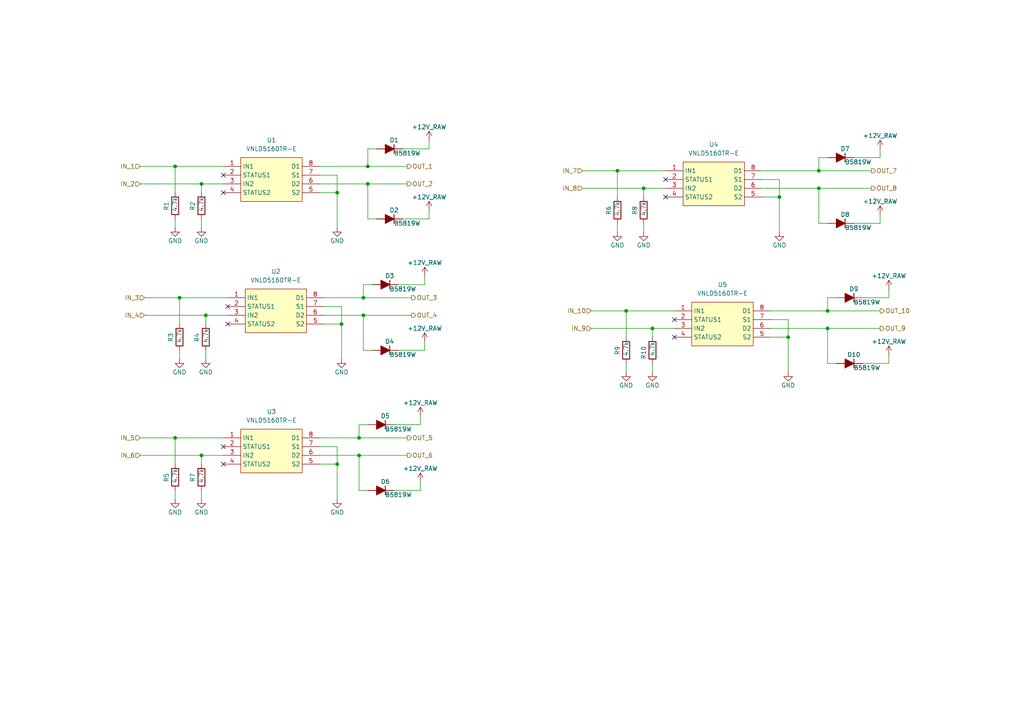
<source format=kicad_sch>
(kicad_sch (version 20230121) (generator eeschema)
  (paper "A4")
  (lib_symbols
    (symbol "Device:D_Filled" (pin_numbers hide) (pin_names (offset 1.016) hide)
      (property "Reference" "D" (at 0 2.54 0))
      (property "Value" "D_Filled" (at 0 -2.54 0))
      (symbol "D_Filled_0_1"
        (polyline (pts (xy -1.27 1.27) (xy -1.27 -1.27)) (stroke (width 0.254)))
        (polyline (pts (xy 1.27 0) (xy -1.27 0)))
        (polyline (pts (xy 1.27 1.27) (xy 1.27 -1.27) (xy -1.27 0) (xy 1.27 1.27)) (stroke (width 0.254)) (fill (type outline)))
      )
      (symbol "D_Filled_1_1"
        (pin passive line (at -3.81 0 0) (length 2.54) (name "K") (number "1"))
        (pin passive line (at 3.81 0 180) (length 2.54) (name "A") (number "2"))
      )
    )
    (symbol "Device:R" (pin_numbers hide) (pin_names (offset 0))
      (property "Reference" "R" (at 2.032 0 90))
      (property "Value" "R" (at 0 0 90))
      (symbol "R_0_1"
        (rectangle (start -1.016 -2.54) (end 1.016 2.54) (stroke (width 0.254)))
      )
      (symbol "R_1_1"
        (pin passive line (at 0 3.81 270) (length 1.27) (name "~") (number "1"))
        (pin passive line (at 0 -3.81 90) (length 1.27) (name "~") (number "2"))
      )
    )
    (symbol "chips:VNLD5160"
      (property "Reference" "U" (at 6.35 3.81 0))
      (property "Value" "VNLD5160TR-E" (at 12.7 -11.43 0))
      (symbol "VNLD5160_1_1"
        (rectangle (start 5.08 2.54) (end 22.86 -10.16) (fill (type background)))
        (pin input line (at 0 0 0) (length 5.08) (name "IN1") (number "1"))
        (pin open_collector line (at 0 -2.54 0) (length 5.08) (name "STATUS1") (number "2"))
        (pin input line (at 0 -5.08 0) (length 5.08) (name "IN2") (number "3"))
        (pin open_collector line (at 0 -7.62 0) (length 5.08) (name "STATUS2") (number "4"))
        (pin power_in line (at 27.94 -7.62 180) (length 5.08) (name "S2") (number "5"))
        (pin power_out line (at 27.94 -5.08 180) (length 5.08) (name "D2") (number "6"))
        (pin power_in line (at 27.94 -2.54 180) (length 5.08) (name "S1") (number "7"))
        (pin power_out line (at 27.94 0 180) (length 5.08) (name "D1") (number "8"))
      )
    )
    (symbol "misc:+12V_RAW" (power) (pin_names (offset 0))
      (property "Value" "+12V_RAW" (at 0 3.556 0))
      (symbol "+12V_RAW_0_1"
        (polyline (pts (xy -0.762 1.27) (xy 0 2.54)))
        (polyline (pts (xy 0 0) (xy 0 2.54)))
        (polyline (pts (xy 0 2.54) (xy 0.762 1.27)))
      )
      (symbol "+12V_RAW_1_1"
        (pin power_in line (at 0 0 90) (length 0) hide (name "+12V_RAW") (number "1"))
      )
    )
    (symbol "power:GND" (power) (pin_names (offset 0))
      (property "Value" "GND" (at 0 -3.81 0))
      (symbol "GND_0_1"
        (polyline (pts (xy 0 0) (xy 0 -1.27) (xy 1.27 -1.27) (xy 0 -2.54) (xy -1.27 -1.27) (xy 0 -1.27)))
      )
      (symbol "GND_1_1"
        (pin power_in line (at 0 0 270) (length 0) hide (name "GND") (number "1"))
      )
    )
  )
  (junction (at 105.41 86.36))
  (junction (at 240.03 95.25))
  (junction (at 52.07 86.36))
  (junction (at 189.23 95.25))
  (junction (at 58.42 53.34))
  (junction (at 99.06 93.98))
  (junction (at 106.68 48.26))
  (junction (at 50.8 127))
  (junction (at 226.06 57.15))
  (junction (at 50.8 48.26))
  (junction (at 104.14 132.08))
  (junction (at 104.14 127))
  (junction (at 186.69 54.61))
  (junction (at 106.68 53.34))
  (junction (at 97.79 55.88))
  (junction (at 97.79 134.62))
  (junction (at 237.49 49.53))
  (junction (at 240.03 90.17))
  (junction (at 237.49 54.61))
  (junction (at 228.6 97.79))
  (junction (at 59.69 91.44))
  (junction (at 181.61 90.17))
  (junction (at 179.07 49.53))
  (junction (at 105.41 91.44))
  (junction (at 58.42 132.08))
  (no_connect (at 64.77 134.62))
  (no_connect (at 193.04 52.07))
  (no_connect (at 66.04 88.9))
  (no_connect (at 64.77 55.88))
  (no_connect (at 193.04 57.15))
  (no_connect (at 64.77 50.8))
  (no_connect (at 64.77 129.54))
  (no_connect (at 195.58 92.71))
  (no_connect (at 66.04 93.98))
  (no_connect (at 195.58 97.79))
  (wire (pts (xy 220.98 49.53) (xy 237.49 49.53)))
  (wire (pts (xy 106.68 123.19) (xy 104.14 123.19)))
  (wire (pts (xy 257.81 86.36) (xy 257.81 83.82)))
  (wire (pts (xy 97.79 129.54) (xy 97.79 134.62)))
  (wire (pts (xy 109.22 63.5) (xy 106.68 63.5)))
  (wire (pts (xy 179.07 49.53) (xy 193.04 49.53)))
  (wire (pts (xy 240.03 86.36) (xy 240.03 90.17)))
  (wire (pts (xy 181.61 105.41) (xy 181.61 107.95)))
  (wire (pts (xy 104.14 132.08) (xy 104.14 142.24)))
  (wire (pts (xy 116.84 43.18) (xy 124.46 43.18)))
  (wire (pts (xy 115.57 82.55) (xy 123.19 82.55)))
  (wire (pts (xy 50.8 127) (xy 50.8 134.62)))
  (wire (pts (xy 114.3 123.19) (xy 121.92 123.19)))
  (wire (pts (xy 92.71 127) (xy 104.14 127)))
  (wire (pts (xy 99.06 93.98) (xy 99.06 104.14)))
  (wire (pts (xy 240.03 95.25) (xy 240.03 105.41)))
  (wire (pts (xy 40.64 127) (xy 50.8 127)))
  (wire (pts (xy 189.23 95.25) (xy 189.23 97.79)))
  (wire (pts (xy 220.98 54.61) (xy 237.49 54.61)))
  (wire (pts (xy 220.98 57.15) (xy 226.06 57.15)))
  (wire (pts (xy 92.71 53.34) (xy 106.68 53.34)))
  (wire (pts (xy 106.68 43.18) (xy 106.68 48.26)))
  (wire (pts (xy 93.98 93.98) (xy 99.06 93.98)))
  (wire (pts (xy 114.3 142.24) (xy 121.92 142.24)))
  (wire (pts (xy 168.91 49.53) (xy 179.07 49.53)))
  (wire (pts (xy 247.65 64.77) (xy 255.27 64.77)))
  (wire (pts (xy 58.42 53.34) (xy 58.42 55.88)))
  (wire (pts (xy 40.64 53.34) (xy 58.42 53.34)))
  (wire (pts (xy 168.91 54.61) (xy 186.69 54.61)))
  (wire (pts (xy 92.71 129.54) (xy 97.79 129.54)))
  (wire (pts (xy 237.49 54.61) (xy 237.49 64.77)))
  (wire (pts (xy 97.79 50.8) (xy 97.79 55.88)))
  (wire (pts (xy 92.71 50.8) (xy 97.79 50.8)))
  (wire (pts (xy 41.91 91.44) (xy 59.69 91.44)))
  (wire (pts (xy 121.92 123.19) (xy 121.92 120.65)))
  (wire (pts (xy 181.61 90.17) (xy 181.61 97.79)))
  (wire (pts (xy 92.71 134.62) (xy 97.79 134.62)))
  (wire (pts (xy 223.52 90.17) (xy 240.03 90.17)))
  (wire (pts (xy 240.03 95.25) (xy 255.27 95.25)))
  (wire (pts (xy 255.27 64.77) (xy 255.27 62.23)))
  (wire (pts (xy 179.07 49.53) (xy 179.07 57.15)))
  (wire (pts (xy 116.84 63.5) (xy 124.46 63.5)))
  (wire (pts (xy 104.14 123.19) (xy 104.14 127)))
  (wire (pts (xy 59.69 91.44) (xy 66.04 91.44)))
  (wire (pts (xy 92.71 132.08) (xy 104.14 132.08)))
  (wire (pts (xy 97.79 55.88) (xy 97.79 66.04)))
  (wire (pts (xy 189.23 95.25) (xy 195.58 95.25)))
  (wire (pts (xy 255.27 45.72) (xy 255.27 43.18)))
  (wire (pts (xy 226.06 57.15) (xy 226.06 67.31)))
  (wire (pts (xy 124.46 63.5) (xy 124.46 60.96)))
  (wire (pts (xy 247.65 45.72) (xy 255.27 45.72)))
  (wire (pts (xy 104.14 127) (xy 118.11 127)))
  (wire (pts (xy 58.42 63.5) (xy 58.42 66.04)))
  (wire (pts (xy 106.68 142.24) (xy 104.14 142.24)))
  (wire (pts (xy 226.06 52.07) (xy 226.06 57.15)))
  (wire (pts (xy 189.23 105.41) (xy 189.23 107.95)))
  (wire (pts (xy 50.8 48.26) (xy 64.77 48.26)))
  (wire (pts (xy 121.92 142.24) (xy 121.92 139.7)))
  (wire (pts (xy 92.71 48.26) (xy 106.68 48.26)))
  (wire (pts (xy 104.14 132.08) (xy 118.11 132.08)))
  (wire (pts (xy 58.42 132.08) (xy 64.77 132.08)))
  (wire (pts (xy 107.95 82.55) (xy 105.41 82.55)))
  (wire (pts (xy 59.69 101.6) (xy 59.69 104.14)))
  (wire (pts (xy 52.07 101.6) (xy 52.07 104.14)))
  (wire (pts (xy 250.19 105.41) (xy 257.81 105.41)))
  (wire (pts (xy 106.68 53.34) (xy 106.68 63.5)))
  (wire (pts (xy 93.98 88.9) (xy 99.06 88.9)))
  (wire (pts (xy 50.8 63.5) (xy 50.8 66.04)))
  (wire (pts (xy 107.95 101.6) (xy 105.41 101.6)))
  (wire (pts (xy 58.42 132.08) (xy 58.42 134.62)))
  (wire (pts (xy 237.49 45.72) (xy 237.49 49.53)))
  (wire (pts (xy 97.79 134.62) (xy 97.79 144.78)))
  (wire (pts (xy 40.64 48.26) (xy 50.8 48.26)))
  (wire (pts (xy 223.52 92.71) (xy 228.6 92.71)))
  (wire (pts (xy 250.19 86.36) (xy 257.81 86.36)))
  (wire (pts (xy 240.03 90.17) (xy 255.27 90.17)))
  (wire (pts (xy 179.07 64.77) (xy 179.07 67.31)))
  (wire (pts (xy 52.07 86.36) (xy 66.04 86.36)))
  (wire (pts (xy 237.49 54.61) (xy 252.73 54.61)))
  (wire (pts (xy 171.45 90.17) (xy 181.61 90.17)))
  (wire (pts (xy 109.22 43.18) (xy 106.68 43.18)))
  (wire (pts (xy 52.07 86.36) (xy 52.07 93.98)))
  (wire (pts (xy 99.06 88.9) (xy 99.06 93.98)))
  (wire (pts (xy 58.42 53.34) (xy 64.77 53.34)))
  (wire (pts (xy 240.03 64.77) (xy 237.49 64.77)))
  (wire (pts (xy 50.8 127) (xy 64.77 127)))
  (wire (pts (xy 171.45 95.25) (xy 189.23 95.25)))
  (wire (pts (xy 41.91 86.36) (xy 52.07 86.36)))
  (wire (pts (xy 123.19 101.6) (xy 123.19 99.06)))
  (wire (pts (xy 50.8 48.26) (xy 50.8 55.88)))
  (wire (pts (xy 58.42 142.24) (xy 58.42 144.78)))
  (wire (pts (xy 93.98 86.36) (xy 105.41 86.36)))
  (wire (pts (xy 257.81 105.41) (xy 257.81 102.87)))
  (wire (pts (xy 92.71 55.88) (xy 97.79 55.88)))
  (wire (pts (xy 242.57 105.41) (xy 240.03 105.41)))
  (wire (pts (xy 237.49 49.53) (xy 252.73 49.53)))
  (wire (pts (xy 124.46 43.18) (xy 124.46 40.64)))
  (wire (pts (xy 242.57 86.36) (xy 240.03 86.36)))
  (wire (pts (xy 105.41 91.44) (xy 119.38 91.44)))
  (wire (pts (xy 123.19 82.55) (xy 123.19 80.01)))
  (wire (pts (xy 115.57 101.6) (xy 123.19 101.6)))
  (wire (pts (xy 105.41 86.36) (xy 119.38 86.36)))
  (wire (pts (xy 220.98 52.07) (xy 226.06 52.07)))
  (wire (pts (xy 106.68 48.26) (xy 118.11 48.26)))
  (wire (pts (xy 50.8 142.24) (xy 50.8 144.78)))
  (wire (pts (xy 186.69 54.61) (xy 193.04 54.61)))
  (wire (pts (xy 40.64 132.08) (xy 58.42 132.08)))
  (wire (pts (xy 59.69 91.44) (xy 59.69 93.98)))
  (wire (pts (xy 223.52 97.79) (xy 228.6 97.79)))
  (wire (pts (xy 228.6 92.71) (xy 228.6 97.79)))
  (wire (pts (xy 228.6 97.79) (xy 228.6 107.95)))
  (wire (pts (xy 105.41 91.44) (xy 105.41 101.6)))
  (wire (pts (xy 223.52 95.25) (xy 240.03 95.25)))
  (wire (pts (xy 186.69 64.77) (xy 186.69 67.31)))
  (wire (pts (xy 106.68 53.34) (xy 118.11 53.34)))
  (wire (pts (xy 181.61 90.17) (xy 195.58 90.17)))
  (wire (pts (xy 93.98 91.44) (xy 105.41 91.44)))
  (wire (pts (xy 240.03 45.72) (xy 237.49 45.72)))
  (wire (pts (xy 186.69 54.61) (xy 186.69 57.15)))
  (wire (pts (xy 105.41 82.55) (xy 105.41 86.36)))
  (hierarchical_label "OUT_5" (shape output) (at 118.11 127 0))
  (hierarchical_label "OUT_2" (shape output) (at 118.11 53.34 0))
  (hierarchical_label "OUT_8" (shape output) (at 252.73 54.61 0))
  (hierarchical_label "OUT_9" (shape output) (at 255.27 95.25 0))
  (hierarchical_label "OUT_1" (shape output) (at 118.11 48.26 0))
  (hierarchical_label "OUT_7" (shape output) (at 252.73 49.53 0))
  (hierarchical_label "IN_3" (shape input) (at 41.91 86.36 180))
  (hierarchical_label "OUT_4" (shape output) (at 119.38 91.44 0))
  (hierarchical_label "IN_2" (shape input) (at 40.64 53.34 180))
  (hierarchical_label "IN_5" (shape input) (at 40.64 127 180))
  (hierarchical_label "IN_9" (shape input) (at 171.45 95.25 180))
  (hierarchical_label "OUT_6" (shape output) (at 118.11 132.08 0))
  (hierarchical_label "IN_6" (shape input) (at 40.64 132.08 180))
  (hierarchical_label "IN_8" (shape input) (at 168.91 54.61 180))
  (hierarchical_label "OUT_3" (shape output) (at 119.38 86.36 0))
  (hierarchical_label "IN_10" (shape input) (at 171.45 90.17 180))
  (hierarchical_label "IN_7" (shape input) (at 168.91 49.53 180))
  (hierarchical_label "IN_4" (shape input) (at 41.91 91.44 180))
  (hierarchical_label "IN_1" (shape input) (at 40.64 48.26 180))
  (hierarchical_label "OUT_10" (shape output) (at 255.27 90.17 0))
  (symbol (lib_id "Device:R") (at 58.42 138.43 180) (unit 1)
    (property "Reference" "R7" (at 55.88 137.16 90) (effects (justify left)))
    (property "Value" "4.7k" (at 58.42 135.89 90) (effects (justify left)))
    (property "Footprint" "Hellen:R0603" (effects hide))
    (property "LCSC" "C23162" (effects hide))
  )
  (symbol (lib_id "chips:VNLD5160") (at 64.77 48.26 0) (unit 1)
    (property "Reference" "U1" (at 78.74 40.64 0))
    (property "Value" "VNLD5160TR-E" (at 78.74 43.18 0))
    (property "Footprint" "Package_SO:SOIC-8_3.9x4.9mm_P1.27mm" (effects hide))
    (property "LCSC" "C377942" (effects hide))
  )
  (symbol (lib_id "power:GND") (at 99.06 104.14 0) (unit 1)
    (property "Reference" "#PWR06" (effects hide))
    (property "Value" "GND" (at 99.06 107.95 0))
  )
  (symbol (lib_id "chips:VNLD5160") (at 193.04 49.53 0) (unit 1)
    (property "Reference" "U4" (at 207.01 41.91 0))
    (property "Value" "VNLD5160TR-E" (at 207.01 44.45 0))
    (property "Footprint" "Package_SO:SOIC-8_3.9x4.9mm_P1.27mm" (effects hide))
    (property "LCSC" "C377942" (effects hide))
  )
  (symbol (lib_id "power:GND") (at 181.61 107.95 0) (unit 1)
    (property "Reference" "#PWR013" (effects hide))
    (property "Value" "GND" (at 181.61 111.76 0))
  )
  (symbol (lib_id "chips:VNLD5160") (at 64.77 127 0) (unit 1)
    (property "Reference" "U3" (at 78.74 119.38 0))
    (property "Value" "VNLD5160TR-E" (at 78.74 121.92 0))
    (property "Footprint" "Package_SO:SOIC-8_3.9x4.9mm_P1.27mm" (effects hide))
    (property "LCSC" "C377942" (effects hide))
  )
  (symbol (lib_id "Device:D_Filled") (at 110.49 123.19 180) (unit 1)
    (property "Reference" "D5" (at 111.76 120.65 0))
    (property "Value" "B5819W" (at 115.57 124.46 0))
    (property "Footprint" "Hellen:SOD-123" (effects hide))
    (property "Sim.Device" "D" (effects hide))
    (property "Sim.Pins" "1=K 2=A" (effects hide))
    (property "LCSC" "C8598" (effects hide))
  )
  (symbol (lib_id "chips:VNLD5160") (at 195.58 90.17 0) (unit 1)
    (property "Reference" "U5" (at 209.55 82.55 0))
    (property "Value" "VNLD5160TR-E" (at 209.55 85.09 0))
    (property "Footprint" "Package_SO:SOIC-8_3.9x4.9mm_P1.27mm" (effects hide))
    (property "LCSC" "C377942" (effects hide))
  )
  (symbol (lib_id "Device:D_Filled") (at 243.84 45.72 180) (unit 1)
    (property "Reference" "D7" (at 245.11 43.18 0))
    (property "Value" "B5819W" (at 248.92 46.99 0))
    (property "Footprint" "Hellen:SOD-123" (effects hide))
    (property "Sim.Device" "D" (effects hide))
    (property "Sim.Pins" "1=K 2=A" (effects hide))
    (property "LCSC" "C8598" (effects hide))
  )
  (symbol (lib_id "power:GND") (at 186.69 67.31 0) (unit 1)
    (property "Reference" "#PWR010" (effects hide))
    (property "Value" "GND" (at 186.69 71.12 0))
  )
  (symbol (lib_id "misc:+12V_RAW") (at 124.46 40.64 0) (unit 1)
    (property "Reference" "#PWR016" (effects hide))
    (property "Value" "+12V_RAW" (at 124.46 36.83 0))
  )
  (symbol (lib_id "Device:D_Filled") (at 113.03 63.5 180) (unit 1)
    (property "Reference" "D2" (at 114.3 60.96 0))
    (property "Value" "B5819W" (at 118.11 64.77 0))
    (property "Footprint" "Hellen:SOD-123" (effects hide))
    (property "Sim.Device" "D" (effects hide))
    (property "Sim.Pins" "1=K 2=A" (effects hide))
    (property "LCSC" "C8598" (effects hide))
  )
  (symbol (lib_id "misc:+12V_RAW") (at 255.27 62.23 0) (unit 1)
    (property "Reference" "#PWR023" (effects hide))
    (property "Value" "+12V_RAW" (at 255.27 58.42 0))
  )
  (symbol (lib_id "power:GND") (at 226.06 67.31 0) (unit 1)
    (property "Reference" "#PWR012" (effects hide))
    (property "Value" "GND" (at 226.06 71.12 0))
  )
  (symbol (lib_id "power:GND") (at 59.69 104.14 0) (unit 1)
    (property "Reference" "#PWR05" (effects hide))
    (property "Value" "GND" (at 59.69 107.95 0))
  )
  (symbol (lib_id "Device:D_Filled") (at 113.03 43.18 180) (unit 1)
    (property "Reference" "D1" (at 114.3 40.64 0))
    (property "Value" "B5819W" (at 118.11 44.45 0))
    (property "Footprint" "Hellen:SOD-123" (effects hide))
    (property "Sim.Device" "D" (effects hide))
    (property "Sim.Pins" "1=K 2=A" (effects hide))
    (property "LCSC" "C8598" (effects hide))
  )
  (symbol (lib_id "power:GND") (at 179.07 67.31 0) (unit 1)
    (property "Reference" "#PWR08" (effects hide))
    (property "Value" "GND" (at 179.07 71.12 0))
  )
  (symbol (lib_id "misc:+12V_RAW") (at 257.81 102.87 0) (unit 1)
    (property "Reference" "#PWR025" (effects hide))
    (property "Value" "+12V_RAW" (at 257.81 99.06 0))
  )
  (symbol (lib_id "misc:+12V_RAW") (at 124.46 60.96 0) (unit 1)
    (property "Reference" "#PWR017" (effects hide))
    (property "Value" "+12V_RAW" (at 124.46 57.15 0))
  )
  (symbol (lib_id "power:GND") (at 52.07 104.14 0) (unit 1)
    (property "Reference" "#PWR04" (effects hide))
    (property "Value" "GND" (at 52.07 107.95 0))
  )
  (symbol (lib_id "Device:R") (at 58.42 59.69 180) (unit 1)
    (property "Reference" "R2" (at 55.88 58.42 90) (effects (justify left)))
    (property "Value" "4.7k" (at 58.42 57.15 90) (effects (justify left)))
    (property "Footprint" "Hellen:R0603" (effects hide))
    (property "LCSC" "C23162" (effects hide))
  )
  (symbol (lib_id "Device:R") (at 189.23 101.6 180) (unit 1)
    (property "Reference" "R10" (at 186.69 100.33 90) (effects (justify left)))
    (property "Value" "4.7k" (at 189.23 99.06 90) (effects (justify left)))
    (property "Footprint" "Hellen:R0603" (effects hide))
    (property "LCSC" "C23162" (effects hide))
  )
  (symbol (lib_id "Device:R") (at 179.07 60.96 180) (unit 1)
    (property "Reference" "R6" (at 176.53 59.69 90) (effects (justify left)))
    (property "Value" "4.7k" (at 179.07 58.42 90) (effects (justify left)))
    (property "Footprint" "Hellen:R0603" (effects hide))
    (property "LCSC" "C23162" (effects hide))
  )
  (symbol (lib_id "power:GND") (at 58.42 144.78 0) (unit 1)
    (property "Reference" "#PWR09" (effects hide))
    (property "Value" "GND" (at 58.42 148.59 0))
  )
  (symbol (lib_id "misc:+12V_RAW") (at 121.92 120.65 0) (unit 1)
    (property "Reference" "#PWR020" (effects hide))
    (property "Value" "+12V_RAW" (at 121.92 116.84 0))
  )
  (symbol (lib_id "power:GND") (at 228.6 107.95 0) (unit 1)
    (property "Reference" "#PWR015" (effects hide))
    (property "Value" "GND" (at 228.6 111.76 0))
  )
  (symbol (lib_id "power:GND") (at 97.79 66.04 0) (unit 1)
    (property "Reference" "#PWR03" (effects hide))
    (property "Value" "GND" (at 97.79 69.85 0))
  )
  (symbol (lib_id "misc:+12V_RAW") (at 257.81 83.82 0) (unit 1)
    (property "Reference" "#PWR024" (effects hide))
    (property "Value" "+12V_RAW" (at 257.81 80.01 0))
  )
  (symbol (lib_id "Device:R") (at 181.61 101.6 180) (unit 1)
    (property "Reference" "R9" (at 179.07 100.33 90) (effects (justify left)))
    (property "Value" "4.7k" (at 181.61 99.06 90) (effects (justify left)))
    (property "Footprint" "Hellen:R0603" (effects hide))
    (property "LCSC" "C23162" (effects hide))
  )
  (symbol (lib_id "Device:R") (at 186.69 60.96 180) (unit 1)
    (property "Reference" "R8" (at 184.15 59.69 90) (effects (justify left)))
    (property "Value" "4.7k" (at 186.69 58.42 90) (effects (justify left)))
    (property "Footprint" "Hellen:R0603" (effects hide))
    (property "LCSC" "C23162" (effects hide))
  )
  (symbol (lib_id "power:GND") (at 58.42 66.04 0) (unit 1)
    (property "Reference" "#PWR02" (effects hide))
    (property "Value" "GND" (at 58.42 69.85 0))
  )
  (symbol (lib_id "Device:D_Filled") (at 110.49 142.24 180) (unit 1)
    (property "Reference" "D6" (at 111.76 139.7 0))
    (property "Value" "B5819W" (at 115.57 143.51 0))
    (property "Footprint" "Hellen:SOD-123" (effects hide))
    (property "Sim.Device" "D" (effects hide))
    (property "Sim.Pins" "1=K 2=A" (effects hide))
    (property "LCSC" "C8598" (effects hide))
  )
  (symbol (lib_id "Device:D_Filled") (at 111.76 101.6 180) (unit 1)
    (property "Reference" "D4" (at 113.03 99.06 0))
    (property "Value" "B5819W" (at 116.84 102.87 0))
    (property "Footprint" "Hellen:SOD-123" (effects hide))
    (property "Sim.Device" "D" (effects hide))
    (property "Sim.Pins" "1=K 2=A" (effects hide))
    (property "LCSC" "C8598" (effects hide))
  )
  (symbol (lib_id "Device:D_Filled") (at 243.84 64.77 180) (unit 1)
    (property "Reference" "D8" (at 245.11 62.23 0))
    (property "Value" "B5819W" (at 248.92 66.04 0))
    (property "Footprint" "Hellen:SOD-123" (effects hide))
    (property "Sim.Device" "D" (effects hide))
    (property "Sim.Pins" "1=K 2=A" (effects hide))
    (property "LCSC" "C8598" (effects hide))
  )
  (symbol (lib_id "power:GND") (at 50.8 144.78 0) (unit 1)
    (property "Reference" "#PWR07" (effects hide))
    (property "Value" "GND" (at 50.8 148.59 0))
  )
  (symbol (lib_id "Device:D_Filled") (at 246.38 105.41 180) (unit 1)
    (property "Reference" "D10" (at 247.65 102.87 0))
    (property "Value" "B5819W" (at 251.46 106.68 0))
    (property "Footprint" "Hellen:SOD-123" (effects hide))
    (property "Sim.Device" "D" (effects hide))
    (property "Sim.Pins" "1=K 2=A" (effects hide))
    (property "LCSC" "C8598" (effects hide))
  )
  (symbol (lib_id "misc:+12V_RAW") (at 255.27 43.18 0) (unit 1)
    (property "Reference" "#PWR022" (effects hide))
    (property "Value" "+12V_RAW" (at 255.27 39.37 0))
  )
  (symbol (lib_id "power:GND") (at 97.79 144.78 0) (unit 1)
    (property "Reference" "#PWR011" (effects hide))
    (property "Value" "GND" (at 97.79 148.59 0))
  )
  (symbol (lib_id "Device:D_Filled") (at 246.38 86.36 180) (unit 1)
    (property "Reference" "D9" (at 247.65 83.82 0))
    (property "Value" "B5819W" (at 251.46 87.63 0))
    (property "Footprint" "Hellen:SOD-123" (effects hide))
    (property "Sim.Device" "D" (effects hide))
    (property "Sim.Pins" "1=K 2=A" (effects hide))
    (property "LCSC" "C8598" (effects hide))
  )
  (symbol (lib_id "misc:+12V_RAW") (at 123.19 99.06 0) (unit 1)
    (property "Reference" "#PWR019" (effects hide))
    (property "Value" "+12V_RAW" (at 123.19 95.25 0))
  )
  (symbol (lib_id "Device:R") (at 59.69 97.79 180) (unit 1)
    (property "Reference" "R4" (at 57.15 96.52 90) (effects (justify left)))
    (property "Value" "4.7k" (at 59.69 95.25 90) (effects (justify left)))
    (property "Footprint" "Hellen:R0603" (effects hide))
    (property "LCSC" "C23162" (effects hide))
  )
  (symbol (lib_id "chips:VNLD5160") (at 66.04 86.36 0) (unit 1)
    (property "Reference" "U2" (at 80.01 78.74 0))
    (property "Value" "VNLD5160TR-E" (at 80.01 81.28 0))
    (property "Footprint" "Package_SO:SOIC-8_3.9x4.9mm_P1.27mm" (effects hide))
    (property "LCSC" "C377942" (effects hide))
  )
  (symbol (lib_id "power:GND") (at 189.23 107.95 0) (unit 1)
    (property "Reference" "#PWR014" (effects hide))
    (property "Value" "GND" (at 189.23 111.76 0))
  )
  (symbol (lib_id "Device:R") (at 50.8 138.43 180) (unit 1)
    (property "Reference" "R5" (at 48.26 137.16 90) (effects (justify left)))
    (property "Value" "4.7k" (at 50.8 135.89 90) (effects (justify left)))
    (property "Footprint" "Hellen:R0603" (effects hide))
    (property "LCSC" "C23162" (effects hide))
  )
  (symbol (lib_id "Device:R") (at 50.8 59.69 180) (unit 1)
    (property "Reference" "R1" (at 48.26 58.42 90) (effects (justify left)))
    (property "Value" "4.7k" (at 50.8 57.15 90) (effects (justify left)))
    (property "Footprint" "Hellen:R0603" (effects hide))
    (property "LCSC" "C23162" (effects hide))
  )
  (symbol (lib_id "Device:D_Filled") (at 111.76 82.55 180) (unit 1)
    (property "Reference" "D3" (at 113.03 80.01 0))
    (property "Value" "B5819W" (at 116.84 83.82 0))
    (property "Footprint" "Hellen:SOD-123" (effects hide))
    (property "Sim.Device" "D" (effects hide))
    (property "Sim.Pins" "1=K 2=A" (effects hide))
    (property "LCSC" "C8598" (effects hide))
  )
  (symbol (lib_id "Device:R") (at 52.07 97.79 180) (unit 1)
    (property "Reference" "R3" (at 49.53 96.52 90) (effects (justify left)))
    (property "Value" "4.7k" (at 52.07 95.25 90) (effects (justify left)))
    (property "Footprint" "Hellen:R0603" (effects hide))
    (property "LCSC" "C23162" (effects hide))
  )
  (symbol (lib_id "misc:+12V_RAW") (at 121.92 139.7 0) (unit 1)
    (property "Reference" "#PWR021" (effects hide))
    (property "Value" "+12V_RAW" (at 121.92 135.89 0))
  )
  (symbol (lib_id "power:GND") (at 50.8 66.04 0) (unit 1)
    (property "Reference" "#PWR01" (effects hide))
    (property "Value" "GND" (at 50.8 69.85 0))
  )
  (symbol (lib_id "misc:+12V_RAW") (at 123.19 80.01 0) (unit 1)
    (property "Reference" "#PWR018" (effects hide))
    (property "Value" "+12V_RAW" (at 123.19 76.2 0))
  )
)
</source>
